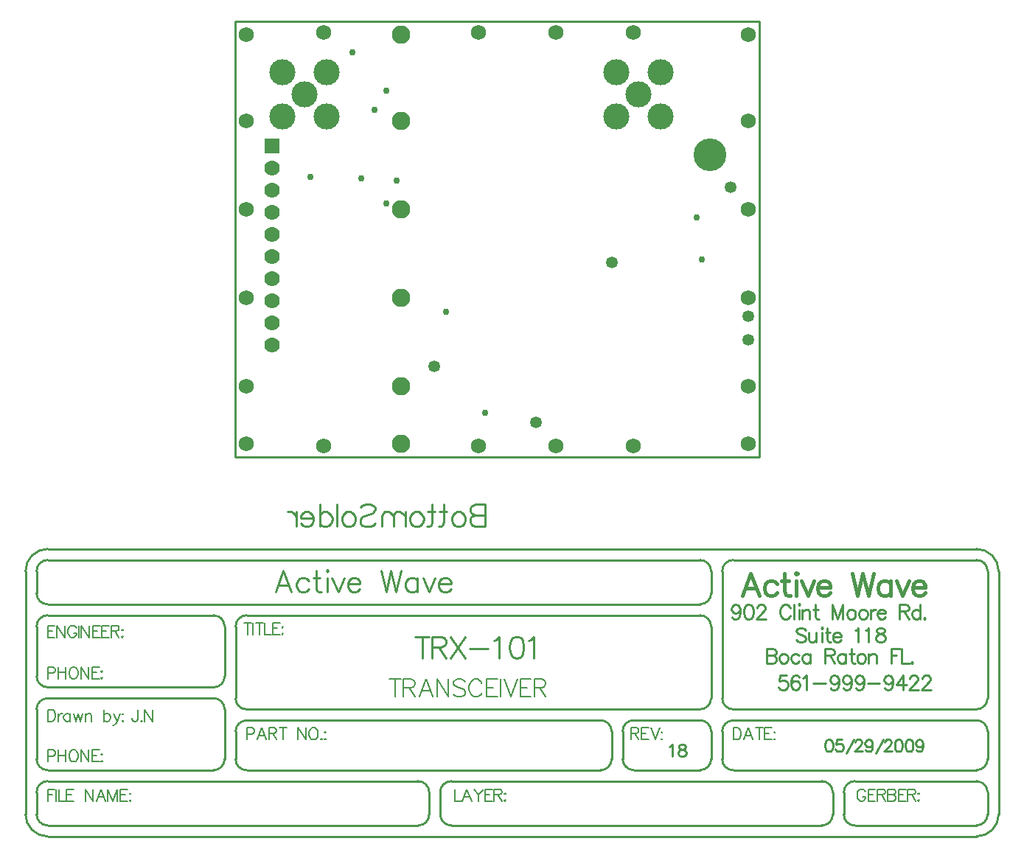
<source format=gbs>
%FSLAX23Y23*%
%MOIN*%
G70*
G01*
G75*
G04 Layer_Color=16711935*
%ADD10R,0.030X0.030*%
%ADD11R,0.030X0.030*%
%ADD12R,0.025X0.055*%
%ADD13R,0.025X0.095*%
%ADD14R,0.040X0.055*%
%ADD15R,0.055X0.040*%
%ADD16R,0.036X0.050*%
%ADD17R,0.036X0.036*%
%ADD18R,0.060X0.050*%
%ADD19R,0.150X0.050*%
%ADD20C,0.012*%
%ADD21R,0.024X0.024*%
%ADD22R,0.036X0.036*%
%ADD23R,0.050X0.036*%
%ADD24R,0.047X0.047*%
%ADD25R,0.047X0.047*%
%ADD26R,0.039X0.039*%
%ADD27R,0.039X0.020*%
%ADD28O,0.016X0.060*%
%ADD29R,0.020X0.050*%
%ADD30O,0.016X0.060*%
%ADD31O,0.024X0.080*%
%ADD32O,0.060X0.016*%
%ADD33R,0.059X0.031*%
%ADD34R,0.031X0.059*%
%ADD35R,0.090X0.024*%
%ADD36R,0.024X0.100*%
%ADD37R,0.070X0.024*%
%ADD38R,0.024X0.090*%
%ADD39R,0.055X0.025*%
%ADD40R,0.095X0.025*%
%ADD41R,0.020X0.030*%
%ADD42C,0.014*%
%ADD43C,0.012*%
%ADD44C,0.010*%
%ADD45C,0.030*%
%ADD46C,0.020*%
%ADD47C,0.008*%
%ADD48C,0.009*%
%ADD49C,0.005*%
%ADD50C,0.015*%
%ADD51C,0.045*%
%ADD52C,0.075*%
%ADD53C,0.140*%
%ADD54C,0.060*%
%ADD55C,0.062*%
%ADD56R,0.062X0.062*%
%ADD57C,0.110*%
%ADD58C,0.022*%
%ADD59C,0.010*%
%ADD60C,0.006*%
%ADD61R,0.038X0.038*%
%ADD62R,0.038X0.038*%
%ADD63R,0.033X0.063*%
%ADD64R,0.033X0.103*%
%ADD65R,0.048X0.063*%
%ADD66R,0.063X0.048*%
%ADD67R,0.044X0.058*%
%ADD68R,0.044X0.044*%
%ADD69R,0.068X0.058*%
%ADD70R,0.158X0.058*%
%ADD71C,0.020*%
%ADD72R,0.032X0.032*%
%ADD73R,0.044X0.044*%
%ADD74R,0.058X0.044*%
%ADD75R,0.055X0.055*%
%ADD76R,0.055X0.055*%
%ADD77R,0.047X0.047*%
%ADD78R,0.047X0.028*%
%ADD79O,0.024X0.068*%
%ADD80R,0.028X0.058*%
%ADD81O,0.024X0.068*%
%ADD82O,0.032X0.088*%
%ADD83O,0.068X0.024*%
%ADD84R,0.067X0.039*%
%ADD85R,0.039X0.067*%
%ADD86R,0.098X0.032*%
%ADD87R,0.032X0.108*%
%ADD88R,0.078X0.032*%
%ADD89R,0.032X0.098*%
%ADD90R,0.063X0.033*%
%ADD91R,0.103X0.033*%
%ADD92R,0.028X0.038*%
%ADD93C,0.053*%
%ADD94C,0.083*%
%ADD95C,0.148*%
%ADD96C,0.068*%
%ADD97C,0.070*%
%ADD98R,0.070X0.070*%
%ADD99C,0.118*%
%ADD100C,0.030*%
D44*
X1080Y-275D02*
Y-375D01*
Y-275D02*
X1037D01*
X1023Y-280D01*
X1018Y-285D01*
X1013Y-294D01*
Y-304D01*
X1018Y-313D01*
X1023Y-318D01*
X1037Y-323D01*
X1080D02*
X1037D01*
X1023Y-327D01*
X1018Y-332D01*
X1013Y-342D01*
Y-356D01*
X1018Y-365D01*
X1023Y-370D01*
X1037Y-375D01*
X1080D01*
X967Y-308D02*
X977Y-313D01*
X986Y-323D01*
X991Y-337D01*
Y-346D01*
X986Y-361D01*
X977Y-370D01*
X967Y-375D01*
X953D01*
X943Y-370D01*
X934Y-361D01*
X929Y-346D01*
Y-337D01*
X934Y-323D01*
X943Y-313D01*
X953Y-308D01*
X967D01*
X893Y-275D02*
Y-356D01*
X888Y-370D01*
X879Y-375D01*
X869D01*
X907Y-308D02*
X874D01*
X841Y-275D02*
Y-356D01*
X836Y-370D01*
X826Y-375D01*
X817D01*
X855Y-308D02*
X821D01*
X779D02*
X788Y-313D01*
X798Y-323D01*
X802Y-337D01*
Y-346D01*
X798Y-361D01*
X788Y-370D01*
X779Y-375D01*
X764D01*
X755Y-370D01*
X745Y-361D01*
X741Y-346D01*
Y-337D01*
X745Y-323D01*
X755Y-313D01*
X764Y-308D01*
X779D01*
X719D02*
Y-375D01*
Y-327D02*
X704Y-313D01*
X695Y-308D01*
X681D01*
X671Y-313D01*
X666Y-327D01*
Y-375D01*
Y-327D02*
X652Y-313D01*
X642Y-308D01*
X628D01*
X619Y-313D01*
X614Y-327D01*
Y-375D01*
X516Y-289D02*
X525Y-280D01*
X540Y-275D01*
X559D01*
X573Y-280D01*
X582Y-289D01*
Y-299D01*
X578Y-308D01*
X573Y-313D01*
X563Y-318D01*
X535Y-327D01*
X525Y-332D01*
X521Y-337D01*
X516Y-346D01*
Y-361D01*
X525Y-370D01*
X540Y-375D01*
X559D01*
X573Y-370D01*
X582Y-361D01*
X470Y-308D02*
X479Y-313D01*
X489Y-323D01*
X493Y-337D01*
Y-346D01*
X489Y-361D01*
X479Y-370D01*
X470Y-375D01*
X455D01*
X446Y-370D01*
X436Y-361D01*
X432Y-346D01*
Y-337D01*
X436Y-323D01*
X446Y-313D01*
X455Y-308D01*
X470D01*
X410Y-275D02*
Y-375D01*
X332Y-275D02*
Y-375D01*
Y-323D02*
X341Y-313D01*
X351Y-308D01*
X365D01*
X374Y-313D01*
X384Y-323D01*
X389Y-337D01*
Y-346D01*
X384Y-361D01*
X374Y-370D01*
X365Y-375D01*
X351D01*
X341Y-370D01*
X332Y-361D01*
X305Y-337D02*
X248D01*
Y-327D01*
X253Y-318D01*
X257Y-313D01*
X267Y-308D01*
X281D01*
X291Y-313D01*
X300Y-323D01*
X305Y-337D01*
Y-346D01*
X300Y-361D01*
X291Y-370D01*
X281Y-375D01*
X267D01*
X257Y-370D01*
X248Y-361D01*
X226Y-308D02*
Y-375D01*
Y-337D02*
X222Y-323D01*
X212Y-313D01*
X203Y-308D01*
X188D01*
X2163Y1304D02*
G03*
X2163Y1304I-65J0D01*
G01*
X-50Y1910D02*
X2320D01*
Y-60D02*
Y1910D01*
X-50Y-60D02*
X2320D01*
X-50Y-60D02*
Y1910D01*
X3352Y-1301D02*
G03*
X3303Y-1252I-49J0D01*
G01*
X2202D02*
G03*
X2152Y-1302I0J-50D01*
G01*
X3302Y-1202D02*
G03*
X3352Y-1152I0J50D01*
G01*
X2152D02*
G03*
X2202Y-1202I50J0D01*
G01*
X-898Y-477D02*
G03*
X-998Y-577I0J-100D01*
G01*
Y-1676D02*
G03*
X-899Y-1777I101J0D01*
G01*
X3302Y-1777D02*
G03*
X3402Y-1677I0J100D01*
G01*
Y-577D02*
G03*
X3302Y-477I-100J0D01*
G01*
X3352Y-576D02*
G03*
X3301Y-527I-49J0D01*
G01*
X3302Y-1477D02*
G03*
X3352Y-1427I0J50D01*
G01*
X3352Y-1576D02*
G03*
X3302Y-1527I-50J-1D01*
G01*
Y-1727D02*
G03*
X3352Y-1677I0J50D01*
G01*
X2052Y-1477D02*
G03*
X2102Y-1427I0J50D01*
G01*
X2152Y-1428D02*
G03*
X2202Y-1477I49J0D01*
G01*
X2102Y-1301D02*
G03*
X2053Y-1252I-49J0D01*
G01*
X-948Y-1677D02*
G03*
X-899Y-1727I50J0D01*
G01*
X2053Y-1202D02*
G03*
X2102Y-1152I-1J50D01*
G01*
X-898Y-1527D02*
G03*
X-948Y-1577I0J-50D01*
G01*
X2102Y-827D02*
G03*
X2052Y-777I-50J0D01*
G01*
Y-727D02*
G03*
X2102Y-677I0J50D01*
G01*
X2202Y-527D02*
G03*
X2152Y-577I0J-50D01*
G01*
X2102D02*
G03*
X2052Y-527I-50J0D01*
G01*
X-898D02*
G03*
X-948Y-577I0J-50D01*
G01*
Y-677D02*
G03*
X-898Y-727I50J0D01*
G01*
Y-777D02*
G03*
X-948Y-827I0J-50D01*
G01*
Y-1052D02*
G03*
X-898Y-1102I50J0D01*
G01*
Y-1152D02*
G03*
X-948Y-1202I0J-50D01*
G01*
Y-1427D02*
G03*
X-899Y-1477I50J0D01*
G01*
X2Y-777D02*
G03*
X-48Y-827I0J-50D01*
G01*
X2Y-1252D02*
G03*
X-48Y-1302I0J-50D01*
G01*
X1750Y-1252D02*
G03*
X1702Y-1302I0J-48D01*
G01*
X1702Y-1426D02*
G03*
X1752Y-1477I51J0D01*
G01*
X1603Y-1477D02*
G03*
X1652Y-1427I0J49D01*
G01*
X1652Y-1301D02*
G03*
X1603Y-1252I-49J0D01*
G01*
X-147Y-1477D02*
G03*
X-98Y-1428I0J49D01*
G01*
X-48D02*
G03*
X1Y-1477I49J0D01*
G01*
X-48Y-1153D02*
G03*
X1Y-1202I49J0D01*
G01*
X-98Y-1201D02*
G03*
X-149Y-1152I-49J0D01*
G01*
X-146Y-1102D02*
G03*
X-98Y-1054I0J48D01*
G01*
Y-826D02*
G03*
X-147Y-777I-49J0D01*
G01*
X2752Y-1527D02*
G03*
X2702Y-1577I0J-50D01*
G01*
Y-1678D02*
G03*
X2752Y-1727I49J0D01*
G01*
X2603Y-1727D02*
G03*
X2652Y-1677I1J48D01*
G01*
X2652Y-1577D02*
G03*
X2602Y-1527I-50J0D01*
G01*
X877Y-1677D02*
G03*
X926Y-1727I50J0D01*
G01*
X927Y-1527D02*
G03*
X877Y-1577I0J-50D01*
G01*
X778Y-1727D02*
G03*
X827Y-1677I1J48D01*
G01*
X827Y-1577D02*
G03*
X777Y-1527I-50J0D01*
G01*
X3352Y-1427D02*
Y-1301D01*
X2152Y-1427D02*
Y-1302D01*
X3352Y-1152D02*
Y-577D01*
X2152Y-1152D02*
Y-577D01*
X-998Y-1677D02*
Y-577D01*
X-948Y-1677D02*
Y-1577D01*
X3352Y-1677D02*
Y-1577D01*
X2102Y-1427D02*
Y-1302D01*
X1702Y-1427D02*
Y-1302D01*
X-48Y-1427D02*
Y-1302D01*
X1652Y-1427D02*
Y-1302D01*
X-48Y-1152D02*
Y-827D01*
X2102Y-1152D02*
Y-827D01*
Y-677D02*
Y-577D01*
X-948Y-677D02*
Y-577D01*
X-98Y-1052D02*
Y-827D01*
X-948Y-1052D02*
Y-827D01*
X-98Y-1427D02*
Y-1202D01*
X-948Y-1427D02*
Y-1202D01*
X3402Y-1677D02*
Y-577D01*
X2702Y-1677D02*
Y-1577D01*
X2652Y-1677D02*
Y-1577D01*
X877Y-1677D02*
Y-1577D01*
X827Y-1677D02*
Y-1577D01*
X2202Y-1252D02*
X3302D01*
X2202Y-1202D02*
X3302D01*
X2D02*
X2052D01*
X2202Y-527D02*
X3302D01*
X2202Y-1477D02*
X3302D01*
X1752Y-1252D02*
X2052D01*
X1752Y-1477D02*
X2052D01*
X2D02*
X1602D01*
X2Y-1252D02*
X1602D01*
X2Y-777D02*
X2052D01*
X-898Y-727D02*
X2052D01*
X-898Y-777D02*
X-148D01*
X-898Y-1102D02*
X-148D01*
X-898Y-1152D02*
X-148D01*
X-898Y-1477D02*
X-148D01*
X-898Y-477D02*
X3302D01*
X-898Y-1777D02*
X3302D01*
X-898Y-527D02*
X2052D01*
X2752Y-1527D02*
X3302D01*
X2752Y-1727D02*
X3302D01*
X927Y-1527D02*
X2602D01*
X-898D02*
X777D01*
X-898Y-1727D02*
X777D01*
X927D02*
X2602D01*
X2353Y-929D02*
Y-993D01*
Y-929D02*
X2380D01*
X2389Y-932D01*
X2392Y-935D01*
X2396Y-941D01*
Y-947D01*
X2392Y-953D01*
X2389Y-956D01*
X2380Y-959D01*
X2353D02*
X2380D01*
X2389Y-962D01*
X2392Y-965D01*
X2396Y-971D01*
Y-981D01*
X2392Y-987D01*
X2389Y-990D01*
X2380Y-993D01*
X2353D01*
X2425Y-950D02*
X2419Y-953D01*
X2413Y-959D01*
X2410Y-968D01*
Y-974D01*
X2413Y-984D01*
X2419Y-990D01*
X2425Y-993D01*
X2434D01*
X2440Y-990D01*
X2446Y-984D01*
X2449Y-974D01*
Y-968D01*
X2446Y-959D01*
X2440Y-953D01*
X2434Y-950D01*
X2425D01*
X2500Y-959D02*
X2494Y-953D01*
X2488Y-950D01*
X2479D01*
X2473Y-953D01*
X2467Y-959D01*
X2463Y-968D01*
Y-974D01*
X2467Y-984D01*
X2473Y-990D01*
X2479Y-993D01*
X2488D01*
X2494Y-990D01*
X2500Y-984D01*
X2550Y-950D02*
Y-993D01*
Y-959D02*
X2544Y-953D01*
X2538Y-950D01*
X2529D01*
X2523Y-953D01*
X2517Y-959D01*
X2514Y-968D01*
Y-974D01*
X2517Y-984D01*
X2523Y-990D01*
X2529Y-993D01*
X2538D01*
X2544Y-990D01*
X2550Y-984D01*
X2618Y-929D02*
Y-993D01*
Y-929D02*
X2645D01*
X2654Y-932D01*
X2657Y-935D01*
X2660Y-941D01*
Y-947D01*
X2657Y-953D01*
X2654Y-956D01*
X2645Y-959D01*
X2618D01*
X2639D02*
X2660Y-993D01*
X2711Y-950D02*
Y-993D01*
Y-959D02*
X2705Y-953D01*
X2699Y-950D01*
X2690D01*
X2684Y-953D01*
X2678Y-959D01*
X2675Y-968D01*
Y-974D01*
X2678Y-984D01*
X2684Y-990D01*
X2690Y-993D01*
X2699D01*
X2705Y-990D01*
X2711Y-984D01*
X2737Y-929D02*
Y-981D01*
X2740Y-990D01*
X2747Y-993D01*
X2753D01*
X2728Y-950D02*
X2750D01*
X2777D02*
X2771Y-953D01*
X2765Y-959D01*
X2762Y-968D01*
Y-974D01*
X2765Y-984D01*
X2771Y-990D01*
X2777Y-993D01*
X2786D01*
X2792Y-990D01*
X2798Y-984D01*
X2801Y-974D01*
Y-968D01*
X2798Y-959D01*
X2792Y-953D01*
X2786Y-950D01*
X2777D01*
X2815D02*
Y-993D01*
Y-962D02*
X2825Y-953D01*
X2831Y-950D01*
X2840D01*
X2846Y-953D01*
X2849Y-962D01*
Y-993D01*
X2916Y-929D02*
Y-993D01*
Y-929D02*
X2956D01*
X2916Y-959D02*
X2940D01*
X2963Y-929D02*
Y-993D01*
X2999D01*
X3009Y-987D02*
X3006Y-990D01*
X3009Y-993D01*
X3013Y-990D01*
X3009Y-987D01*
X2232Y-750D02*
X2229Y-759D01*
X2223Y-765D01*
X2214Y-768D01*
X2211D01*
X2202Y-765D01*
X2196Y-759D01*
X2193Y-750D01*
Y-747D01*
X2196Y-738D01*
X2202Y-732D01*
X2211Y-729D01*
X2214D01*
X2223Y-732D01*
X2229Y-738D01*
X2232Y-750D01*
Y-765D01*
X2229Y-781D01*
X2223Y-790D01*
X2214Y-793D01*
X2208D01*
X2199Y-790D01*
X2196Y-784D01*
X2268Y-729D02*
X2259Y-732D01*
X2253Y-741D01*
X2250Y-756D01*
Y-765D01*
X2253Y-781D01*
X2259Y-790D01*
X2268Y-793D01*
X2274D01*
X2283Y-790D01*
X2289Y-781D01*
X2292Y-765D01*
Y-756D01*
X2289Y-741D01*
X2283Y-732D01*
X2274Y-729D01*
X2268D01*
X2310Y-744D02*
Y-741D01*
X2313Y-735D01*
X2316Y-732D01*
X2322Y-729D01*
X2334D01*
X2340Y-732D01*
X2343Y-735D01*
X2346Y-741D01*
Y-747D01*
X2343Y-753D01*
X2337Y-762D01*
X2307Y-793D01*
X2349D01*
X2460Y-744D02*
X2457Y-738D01*
X2451Y-732D01*
X2445Y-729D01*
X2432D01*
X2426Y-732D01*
X2420Y-738D01*
X2417Y-744D01*
X2414Y-753D01*
Y-768D01*
X2417Y-777D01*
X2420Y-784D01*
X2426Y-790D01*
X2432Y-793D01*
X2445D01*
X2451Y-790D01*
X2457Y-784D01*
X2460Y-777D01*
X2478Y-729D02*
Y-793D01*
X2497Y-729D02*
X2500Y-732D01*
X2503Y-729D01*
X2500Y-726D01*
X2497Y-729D01*
X2500Y-750D02*
Y-793D01*
X2515Y-750D02*
Y-793D01*
Y-762D02*
X2524Y-753D01*
X2530Y-750D01*
X2539D01*
X2545Y-753D01*
X2548Y-762D01*
Y-793D01*
X2574Y-729D02*
Y-781D01*
X2577Y-790D01*
X2583Y-793D01*
X2589D01*
X2565Y-750D02*
X2586D01*
X2649Y-729D02*
Y-793D01*
Y-729D02*
X2673Y-793D01*
X2697Y-729D02*
X2673Y-793D01*
X2697Y-729D02*
Y-793D01*
X2731Y-750D02*
X2725Y-753D01*
X2719Y-759D01*
X2716Y-768D01*
Y-774D01*
X2719Y-784D01*
X2725Y-790D01*
X2731Y-793D01*
X2740D01*
X2746Y-790D01*
X2752Y-784D01*
X2755Y-774D01*
Y-768D01*
X2752Y-759D01*
X2746Y-753D01*
X2740Y-750D01*
X2731D01*
X2785D02*
X2778Y-753D01*
X2772Y-759D01*
X2769Y-768D01*
Y-774D01*
X2772Y-784D01*
X2778Y-790D01*
X2785Y-793D01*
X2794D01*
X2800Y-790D01*
X2806Y-784D01*
X2809Y-774D01*
Y-768D01*
X2806Y-759D01*
X2800Y-753D01*
X2794Y-750D01*
X2785D01*
X2823D02*
Y-793D01*
Y-768D02*
X2826Y-759D01*
X2832Y-753D01*
X2838Y-750D01*
X2847D01*
X2853Y-768D02*
X2890D01*
Y-762D01*
X2887Y-756D01*
X2884Y-753D01*
X2878Y-750D01*
X2868D01*
X2862Y-753D01*
X2856Y-759D01*
X2853Y-768D01*
Y-774D01*
X2856Y-784D01*
X2862Y-790D01*
X2868Y-793D01*
X2878D01*
X2884Y-790D01*
X2890Y-784D01*
X2954Y-729D02*
Y-793D01*
Y-729D02*
X2981D01*
X2990Y-732D01*
X2993Y-735D01*
X2996Y-741D01*
Y-747D01*
X2993Y-753D01*
X2990Y-756D01*
X2981Y-759D01*
X2954D01*
X2975D02*
X2996Y-793D01*
X3047Y-729D02*
Y-793D01*
Y-759D02*
X3041Y-753D01*
X3035Y-750D01*
X3026D01*
X3020Y-753D01*
X3014Y-759D01*
X3011Y-768D01*
Y-774D01*
X3014Y-784D01*
X3020Y-790D01*
X3026Y-793D01*
X3035D01*
X3041Y-790D01*
X3047Y-784D01*
X3067Y-787D02*
X3064Y-790D01*
X3067Y-793D01*
X3070Y-790D01*
X3067Y-787D01*
X2444Y-1049D02*
X2414D01*
X2411Y-1076D01*
X2414Y-1073D01*
X2423Y-1070D01*
X2432D01*
X2441Y-1073D01*
X2447Y-1079D01*
X2451Y-1088D01*
Y-1094D01*
X2447Y-1104D01*
X2441Y-1110D01*
X2432Y-1113D01*
X2423D01*
X2414Y-1110D01*
X2411Y-1107D01*
X2408Y-1101D01*
X2501Y-1058D02*
X2498Y-1052D01*
X2489Y-1049D01*
X2483D01*
X2474Y-1052D01*
X2468Y-1061D01*
X2465Y-1076D01*
Y-1091D01*
X2468Y-1104D01*
X2474Y-1110D01*
X2483Y-1113D01*
X2486D01*
X2495Y-1110D01*
X2501Y-1104D01*
X2504Y-1094D01*
Y-1091D01*
X2501Y-1082D01*
X2495Y-1076D01*
X2486Y-1073D01*
X2483D01*
X2474Y-1076D01*
X2468Y-1082D01*
X2465Y-1091D01*
X2518Y-1061D02*
X2525Y-1058D01*
X2534Y-1049D01*
Y-1113D01*
X2565Y-1085D02*
X2620D01*
X2679Y-1070D02*
X2676Y-1079D01*
X2670Y-1085D01*
X2660Y-1088D01*
X2657D01*
X2648Y-1085D01*
X2642Y-1079D01*
X2639Y-1070D01*
Y-1067D01*
X2642Y-1058D01*
X2648Y-1052D01*
X2657Y-1049D01*
X2660D01*
X2670Y-1052D01*
X2676Y-1058D01*
X2679Y-1070D01*
Y-1085D01*
X2676Y-1101D01*
X2670Y-1110D01*
X2660Y-1113D01*
X2654D01*
X2645Y-1110D01*
X2642Y-1104D01*
X2736Y-1070D02*
X2733Y-1079D01*
X2727Y-1085D01*
X2717Y-1088D01*
X2714D01*
X2705Y-1085D01*
X2699Y-1079D01*
X2696Y-1070D01*
Y-1067D01*
X2699Y-1058D01*
X2705Y-1052D01*
X2714Y-1049D01*
X2717D01*
X2727Y-1052D01*
X2733Y-1058D01*
X2736Y-1070D01*
Y-1085D01*
X2733Y-1101D01*
X2727Y-1110D01*
X2717Y-1113D01*
X2711D01*
X2702Y-1110D01*
X2699Y-1104D01*
X2793Y-1070D02*
X2790Y-1079D01*
X2784Y-1085D01*
X2774Y-1088D01*
X2771D01*
X2762Y-1085D01*
X2756Y-1079D01*
X2753Y-1070D01*
Y-1067D01*
X2756Y-1058D01*
X2762Y-1052D01*
X2771Y-1049D01*
X2774D01*
X2784Y-1052D01*
X2790Y-1058D01*
X2793Y-1070D01*
Y-1085D01*
X2790Y-1101D01*
X2784Y-1110D01*
X2774Y-1113D01*
X2768D01*
X2759Y-1110D01*
X2756Y-1104D01*
X2810Y-1085D02*
X2865D01*
X2923Y-1070D02*
X2920Y-1079D01*
X2914Y-1085D01*
X2905Y-1088D01*
X2902D01*
X2893Y-1085D01*
X2887Y-1079D01*
X2884Y-1070D01*
Y-1067D01*
X2887Y-1058D01*
X2893Y-1052D01*
X2902Y-1049D01*
X2905D01*
X2914Y-1052D01*
X2920Y-1058D01*
X2923Y-1070D01*
Y-1085D01*
X2920Y-1101D01*
X2914Y-1110D01*
X2905Y-1113D01*
X2899D01*
X2890Y-1110D01*
X2887Y-1104D01*
X2971Y-1049D02*
X2941Y-1091D01*
X2986D01*
X2971Y-1049D02*
Y-1113D01*
X3001Y-1064D02*
Y-1061D01*
X3004Y-1055D01*
X3007Y-1052D01*
X3013Y-1049D01*
X3025D01*
X3031Y-1052D01*
X3034Y-1055D01*
X3037Y-1061D01*
Y-1067D01*
X3034Y-1073D01*
X3028Y-1082D01*
X2998Y-1113D01*
X3040D01*
X3058Y-1064D02*
Y-1061D01*
X3061Y-1055D01*
X3064Y-1052D01*
X3070Y-1049D01*
X3082D01*
X3088Y-1052D01*
X3091Y-1055D01*
X3094Y-1061D01*
Y-1067D01*
X3091Y-1073D01*
X3085Y-1082D01*
X3055Y-1113D01*
X3097D01*
X2531Y-843D02*
X2524Y-837D01*
X2515Y-834D01*
X2503D01*
X2494Y-837D01*
X2488Y-843D01*
Y-849D01*
X2491Y-855D01*
X2494Y-858D01*
X2500Y-861D01*
X2518Y-867D01*
X2524Y-870D01*
X2527Y-873D01*
X2531Y-879D01*
Y-889D01*
X2524Y-895D01*
X2515Y-898D01*
X2503D01*
X2494Y-895D01*
X2488Y-889D01*
X2545Y-855D02*
Y-886D01*
X2548Y-895D01*
X2554Y-898D01*
X2563D01*
X2569Y-895D01*
X2578Y-886D01*
Y-855D02*
Y-898D01*
X2601Y-834D02*
X2604Y-837D01*
X2607Y-834D01*
X2604Y-831D01*
X2601Y-834D01*
X2604Y-855D02*
Y-898D01*
X2628Y-834D02*
Y-886D01*
X2631Y-895D01*
X2637Y-898D01*
X2643D01*
X2619Y-855D02*
X2640D01*
X2652Y-873D02*
X2689D01*
Y-867D01*
X2686Y-861D01*
X2683Y-858D01*
X2676Y-855D01*
X2667D01*
X2661Y-858D01*
X2655Y-864D01*
X2652Y-873D01*
Y-879D01*
X2655Y-889D01*
X2661Y-895D01*
X2667Y-898D01*
X2676D01*
X2683Y-895D01*
X2689Y-889D01*
X2753Y-846D02*
X2759Y-843D01*
X2768Y-834D01*
Y-898D01*
X2800Y-846D02*
X2806Y-843D01*
X2815Y-834D01*
Y-898D01*
X2862Y-834D02*
X2853Y-837D01*
X2850Y-843D01*
Y-849D01*
X2853Y-855D01*
X2859Y-858D01*
X2871Y-861D01*
X2880Y-864D01*
X2886Y-870D01*
X2889Y-876D01*
Y-886D01*
X2886Y-892D01*
X2883Y-895D01*
X2874Y-898D01*
X2862D01*
X2853Y-895D01*
X2850Y-892D01*
X2846Y-886D01*
Y-876D01*
X2850Y-870D01*
X2856Y-864D01*
X2865Y-861D01*
X2877Y-858D01*
X2883Y-855D01*
X2886Y-849D01*
Y-843D01*
X2883Y-837D01*
X2874Y-834D01*
X2862D01*
D47*
X-490Y-1205D02*
Y-1245D01*
X-492Y-1253D01*
X-495Y-1255D01*
X-500Y-1258D01*
X-505D01*
X-510Y-1255D01*
X-513Y-1253D01*
X-515Y-1245D01*
Y-1240D01*
X-474Y-1253D02*
X-476Y-1255D01*
X-474Y-1258D01*
X-471Y-1255D01*
X-474Y-1253D01*
X-459Y-1205D02*
Y-1258D01*
Y-1205D02*
X-424Y-1258D01*
Y-1205D02*
Y-1258D01*
X675Y-1066D02*
Y-1146D01*
X648Y-1066D02*
X701D01*
X711D02*
Y-1146D01*
Y-1066D02*
X745D01*
X757Y-1070D01*
X760Y-1074D01*
X764Y-1081D01*
Y-1089D01*
X760Y-1096D01*
X757Y-1100D01*
X745Y-1104D01*
X711D01*
X738D02*
X764Y-1146D01*
X843D02*
X813Y-1066D01*
X782Y-1146D01*
X793Y-1119D02*
X832D01*
X862Y-1066D02*
Y-1146D01*
Y-1066D02*
X915Y-1146D01*
Y-1066D02*
Y-1146D01*
X990Y-1077D02*
X983Y-1070D01*
X971Y-1066D01*
X956D01*
X945Y-1070D01*
X937Y-1077D01*
Y-1085D01*
X941Y-1093D01*
X945Y-1096D01*
X952Y-1100D01*
X975Y-1108D01*
X983Y-1112D01*
X987Y-1116D01*
X990Y-1123D01*
Y-1135D01*
X983Y-1142D01*
X971Y-1146D01*
X956D01*
X945Y-1142D01*
X937Y-1135D01*
X1065Y-1085D02*
X1062Y-1077D01*
X1054Y-1070D01*
X1046Y-1066D01*
X1031D01*
X1024Y-1070D01*
X1016Y-1077D01*
X1012Y-1085D01*
X1008Y-1096D01*
Y-1116D01*
X1012Y-1127D01*
X1016Y-1135D01*
X1024Y-1142D01*
X1031Y-1146D01*
X1046D01*
X1054Y-1142D01*
X1062Y-1135D01*
X1065Y-1127D01*
X1137Y-1066D02*
X1088D01*
Y-1146D01*
X1137D01*
X1088Y-1104D02*
X1118D01*
X1151Y-1066D02*
Y-1146D01*
X1168Y-1066D02*
X1198Y-1146D01*
X1228Y-1066D02*
X1198Y-1146D01*
X1288Y-1066D02*
X1239D01*
Y-1146D01*
X1288D01*
X1239Y-1104D02*
X1269D01*
X1302Y-1066D02*
Y-1146D01*
Y-1066D02*
X1336D01*
X1347Y-1070D01*
X1351Y-1074D01*
X1355Y-1081D01*
Y-1089D01*
X1351Y-1096D01*
X1347Y-1100D01*
X1336Y-1104D01*
X1302D01*
X1328D02*
X1355Y-1146D01*
D48*
X1914Y-1371D02*
X1919Y-1369D01*
X1927Y-1361D01*
Y-1414D01*
X1966Y-1361D02*
X1958Y-1364D01*
X1956Y-1369D01*
Y-1374D01*
X1958Y-1379D01*
X1964Y-1381D01*
X1974Y-1384D01*
X1981Y-1386D01*
X1986Y-1392D01*
X1989Y-1397D01*
Y-1404D01*
X1986Y-1409D01*
X1984Y-1412D01*
X1976Y-1414D01*
X1966D01*
X1958Y-1412D01*
X1956Y-1409D01*
X1953Y-1404D01*
Y-1397D01*
X1956Y-1392D01*
X1961Y-1386D01*
X1969Y-1384D01*
X1979Y-1381D01*
X1984Y-1379D01*
X1986Y-1374D01*
Y-1369D01*
X1984Y-1364D01*
X1976Y-1361D01*
X1966D01*
X796Y-874D02*
Y-970D01*
X764Y-874D02*
X828D01*
X839D02*
Y-970D01*
Y-874D02*
X881D01*
X894Y-879D01*
X899Y-883D01*
X903Y-892D01*
Y-901D01*
X899Y-911D01*
X894Y-915D01*
X881Y-920D01*
X839D01*
X871D02*
X903Y-970D01*
X925Y-874D02*
X989Y-970D01*
Y-874D02*
X925Y-970D01*
X1010Y-929D02*
X1093D01*
X1121Y-892D02*
X1130Y-888D01*
X1144Y-874D01*
Y-970D01*
X1219Y-874D02*
X1205Y-879D01*
X1196Y-892D01*
X1191Y-915D01*
Y-929D01*
X1196Y-952D01*
X1205Y-965D01*
X1219Y-970D01*
X1228D01*
X1242Y-965D01*
X1251Y-952D01*
X1255Y-929D01*
Y-915D01*
X1251Y-892D01*
X1242Y-879D01*
X1228Y-874D01*
X1219D01*
X1277Y-892D02*
X1286Y-888D01*
X1300Y-874D01*
Y-970D01*
X205Y-672D02*
X168Y-576D01*
X132Y-672D01*
X145Y-640D02*
X191D01*
X282Y-622D02*
X273Y-612D01*
X264Y-608D01*
X250D01*
X241Y-612D01*
X232Y-622D01*
X227Y-635D01*
Y-644D01*
X232Y-658D01*
X241Y-667D01*
X250Y-672D01*
X264D01*
X273Y-667D01*
X282Y-658D01*
X316Y-576D02*
Y-654D01*
X321Y-667D01*
X330Y-672D01*
X339D01*
X303Y-608D02*
X335D01*
X362Y-576D02*
X367Y-580D01*
X371Y-576D01*
X367Y-571D01*
X362Y-576D01*
X367Y-608D02*
Y-672D01*
X388Y-608D02*
X416Y-672D01*
X443Y-608D02*
X416Y-672D01*
X459Y-635D02*
X513D01*
Y-626D01*
X509Y-617D01*
X504Y-612D01*
X495Y-608D01*
X481D01*
X472Y-612D01*
X463Y-622D01*
X459Y-635D01*
Y-644D01*
X463Y-658D01*
X472Y-667D01*
X481Y-672D01*
X495D01*
X504Y-667D01*
X513Y-658D01*
X609Y-576D02*
X632Y-672D01*
X655Y-576D02*
X632Y-672D01*
X655Y-576D02*
X678Y-672D01*
X701Y-576D02*
X678Y-672D01*
X775Y-608D02*
Y-672D01*
Y-622D02*
X766Y-612D01*
X757Y-608D01*
X743D01*
X734Y-612D01*
X725Y-622D01*
X720Y-635D01*
Y-644D01*
X725Y-658D01*
X734Y-667D01*
X743Y-672D01*
X757D01*
X766Y-667D01*
X775Y-658D01*
X800Y-608D02*
X828Y-672D01*
X855Y-608D02*
X828Y-672D01*
X871Y-635D02*
X926D01*
Y-626D01*
X921Y-617D01*
X917Y-612D01*
X907Y-608D01*
X894D01*
X885Y-612D01*
X875Y-622D01*
X871Y-635D01*
Y-644D01*
X875Y-658D01*
X885Y-667D01*
X894Y-672D01*
X907D01*
X917Y-667D01*
X926Y-658D01*
X2632Y-1339D02*
X2624Y-1342D01*
X2619Y-1349D01*
X2617Y-1362D01*
Y-1370D01*
X2619Y-1382D01*
X2624Y-1390D01*
X2632Y-1392D01*
X2637D01*
X2644Y-1390D01*
X2650Y-1382D01*
X2652Y-1370D01*
Y-1362D01*
X2650Y-1349D01*
X2644Y-1342D01*
X2637Y-1339D01*
X2632D01*
X2695D02*
X2669D01*
X2667Y-1362D01*
X2669Y-1359D01*
X2677Y-1357D01*
X2684D01*
X2692Y-1359D01*
X2697Y-1364D01*
X2700Y-1372D01*
Y-1377D01*
X2697Y-1385D01*
X2692Y-1390D01*
X2684Y-1392D01*
X2677D01*
X2669Y-1390D01*
X2667Y-1387D01*
X2664Y-1382D01*
X2712Y-1400D02*
X2747Y-1339D01*
X2753Y-1352D02*
Y-1349D01*
X2756Y-1344D01*
X2758Y-1342D01*
X2763Y-1339D01*
X2773D01*
X2779Y-1342D01*
X2781Y-1344D01*
X2784Y-1349D01*
Y-1354D01*
X2781Y-1359D01*
X2776Y-1367D01*
X2751Y-1392D01*
X2786D01*
X2831Y-1357D02*
X2829Y-1364D01*
X2823Y-1370D01*
X2816Y-1372D01*
X2813D01*
X2806Y-1370D01*
X2801Y-1364D01*
X2798Y-1357D01*
Y-1354D01*
X2801Y-1347D01*
X2806Y-1342D01*
X2813Y-1339D01*
X2816D01*
X2823Y-1342D01*
X2829Y-1347D01*
X2831Y-1357D01*
Y-1370D01*
X2829Y-1382D01*
X2823Y-1390D01*
X2816Y-1392D01*
X2811D01*
X2803Y-1390D01*
X2801Y-1385D01*
X2846Y-1400D02*
X2881Y-1339D01*
X2887Y-1352D02*
Y-1349D01*
X2890Y-1344D01*
X2892Y-1342D01*
X2897Y-1339D01*
X2908D01*
X2913Y-1342D01*
X2915Y-1344D01*
X2918Y-1349D01*
Y-1354D01*
X2915Y-1359D01*
X2910Y-1367D01*
X2885Y-1392D01*
X2920D01*
X2947Y-1339D02*
X2940Y-1342D01*
X2935Y-1349D01*
X2932Y-1362D01*
Y-1370D01*
X2935Y-1382D01*
X2940Y-1390D01*
X2947Y-1392D01*
X2952D01*
X2960Y-1390D01*
X2965Y-1382D01*
X2968Y-1370D01*
Y-1362D01*
X2965Y-1349D01*
X2960Y-1342D01*
X2952Y-1339D01*
X2947D01*
X2995D02*
X2987Y-1342D01*
X2982Y-1349D01*
X2980Y-1362D01*
Y-1370D01*
X2982Y-1382D01*
X2987Y-1390D01*
X2995Y-1392D01*
X3000D01*
X3008Y-1390D01*
X3013Y-1382D01*
X3015Y-1370D01*
Y-1362D01*
X3013Y-1349D01*
X3008Y-1342D01*
X3000Y-1339D01*
X2995D01*
X3060Y-1357D02*
X3058Y-1364D01*
X3053Y-1370D01*
X3045Y-1372D01*
X3042D01*
X3035Y-1370D01*
X3030Y-1364D01*
X3027Y-1357D01*
Y-1354D01*
X3030Y-1347D01*
X3035Y-1342D01*
X3042Y-1339D01*
X3045D01*
X3053Y-1342D01*
X3058Y-1347D01*
X3060Y-1357D01*
Y-1370D01*
X3058Y-1382D01*
X3053Y-1390D01*
X3045Y-1392D01*
X3040D01*
X3032Y-1390D01*
X3030Y-1385D01*
D49*
X2202Y-1286D02*
Y-1339D01*
Y-1286D02*
X2220D01*
X2227Y-1289D01*
X2232Y-1294D01*
X2235Y-1299D01*
X2237Y-1306D01*
Y-1319D01*
X2235Y-1327D01*
X2232Y-1332D01*
X2227Y-1337D01*
X2220Y-1339D01*
X2202D01*
X2290D02*
X2270Y-1286D01*
X2249Y-1339D01*
X2257Y-1322D02*
X2282D01*
X2320Y-1286D02*
Y-1339D01*
X2302Y-1286D02*
X2338D01*
X2377D02*
X2344D01*
Y-1339D01*
X2377D01*
X2344Y-1311D02*
X2365D01*
X2389Y-1304D02*
X2386Y-1306D01*
X2389Y-1309D01*
X2391Y-1306D01*
X2389Y-1304D01*
Y-1334D02*
X2386Y-1337D01*
X2389Y-1339D01*
X2391Y-1337D01*
X2389Y-1334D01*
X1739Y-1286D02*
Y-1339D01*
Y-1286D02*
X1762D01*
X1770Y-1289D01*
X1772Y-1291D01*
X1775Y-1296D01*
Y-1301D01*
X1772Y-1306D01*
X1770Y-1309D01*
X1762Y-1311D01*
X1739D01*
X1757D02*
X1775Y-1339D01*
X1820Y-1286D02*
X1787D01*
Y-1339D01*
X1820D01*
X1787Y-1311D02*
X1807D01*
X1829Y-1286D02*
X1849Y-1339D01*
X1869Y-1286D02*
X1849Y-1339D01*
X1879Y-1304D02*
X1876Y-1306D01*
X1879Y-1309D01*
X1881Y-1306D01*
X1879Y-1304D01*
Y-1334D02*
X1876Y-1337D01*
X1879Y-1339D01*
X1881Y-1337D01*
X1879Y-1334D01*
X-898Y-1039D02*
X-875D01*
X-868Y-1036D01*
X-865Y-1034D01*
X-863Y-1029D01*
Y-1021D01*
X-865Y-1016D01*
X-868Y-1014D01*
X-875Y-1011D01*
X-898D01*
Y-1064D01*
X-851Y-1011D02*
Y-1064D01*
X-815Y-1011D02*
Y-1064D01*
X-851Y-1036D02*
X-815D01*
X-785Y-1011D02*
X-790Y-1014D01*
X-795Y-1019D01*
X-798Y-1024D01*
X-800Y-1031D01*
Y-1044D01*
X-798Y-1052D01*
X-795Y-1057D01*
X-790Y-1062D01*
X-785Y-1064D01*
X-775D01*
X-770Y-1062D01*
X-765Y-1057D01*
X-762Y-1052D01*
X-760Y-1044D01*
Y-1031D01*
X-762Y-1024D01*
X-765Y-1019D01*
X-770Y-1014D01*
X-775Y-1011D01*
X-785D01*
X-747D02*
Y-1064D01*
Y-1011D02*
X-712Y-1064D01*
Y-1011D02*
Y-1064D01*
X-664Y-1011D02*
X-697D01*
Y-1064D01*
X-664D01*
X-697Y-1036D02*
X-677D01*
X-653Y-1029D02*
X-655Y-1031D01*
X-653Y-1034D01*
X-650Y-1031D01*
X-653Y-1029D01*
Y-1059D02*
X-655Y-1062D01*
X-653Y-1064D01*
X-650Y-1062D01*
X-653Y-1059D01*
X-898Y-1414D02*
X-875D01*
X-868Y-1411D01*
X-865Y-1409D01*
X-863Y-1404D01*
Y-1396D01*
X-865Y-1391D01*
X-868Y-1389D01*
X-875Y-1386D01*
X-898D01*
Y-1439D01*
X-851Y-1386D02*
Y-1439D01*
X-815Y-1386D02*
Y-1439D01*
X-851Y-1411D02*
X-815D01*
X-785Y-1386D02*
X-790Y-1389D01*
X-795Y-1394D01*
X-798Y-1399D01*
X-800Y-1406D01*
Y-1419D01*
X-798Y-1427D01*
X-795Y-1432D01*
X-790Y-1437D01*
X-785Y-1439D01*
X-775D01*
X-770Y-1437D01*
X-765Y-1432D01*
X-762Y-1427D01*
X-760Y-1419D01*
Y-1406D01*
X-762Y-1399D01*
X-765Y-1394D01*
X-770Y-1389D01*
X-775Y-1386D01*
X-785D01*
X-747D02*
Y-1439D01*
Y-1386D02*
X-712Y-1439D01*
Y-1386D02*
Y-1439D01*
X-664Y-1386D02*
X-697D01*
Y-1439D01*
X-664D01*
X-697Y-1411D02*
X-677D01*
X-653Y-1404D02*
X-655Y-1406D01*
X-653Y-1409D01*
X-650Y-1406D01*
X-653Y-1404D01*
Y-1434D02*
X-655Y-1437D01*
X-653Y-1439D01*
X-650Y-1437D01*
X-653Y-1434D01*
X942Y-1564D02*
Y-1617D01*
X972D01*
X1019D02*
X998Y-1564D01*
X978Y-1617D01*
X986Y-1599D02*
X1011D01*
X1031Y-1564D02*
X1051Y-1589D01*
Y-1617D01*
X1072Y-1564D02*
X1051Y-1589D01*
X1112Y-1564D02*
X1079D01*
Y-1617D01*
X1112D01*
X1079Y-1589D02*
X1099D01*
X1121Y-1564D02*
Y-1617D01*
Y-1564D02*
X1143D01*
X1151Y-1566D01*
X1154Y-1569D01*
X1156Y-1574D01*
Y-1579D01*
X1154Y-1584D01*
X1151Y-1586D01*
X1143Y-1589D01*
X1121D01*
X1138D02*
X1156Y-1617D01*
X1171Y-1581D02*
X1168Y-1584D01*
X1171Y-1586D01*
X1173Y-1584D01*
X1171Y-1581D01*
Y-1612D02*
X1168Y-1614D01*
X1171Y-1617D01*
X1173Y-1614D01*
X1171Y-1612D01*
X-865Y-824D02*
X-898D01*
Y-877D01*
X-865D01*
X-898Y-849D02*
X-878D01*
X-856Y-824D02*
Y-877D01*
Y-824D02*
X-821Y-877D01*
Y-824D02*
Y-877D01*
X-768Y-836D02*
X-771Y-831D01*
X-776Y-826D01*
X-781Y-824D01*
X-791D01*
X-796Y-826D01*
X-801Y-831D01*
X-804Y-836D01*
X-806Y-844D01*
Y-857D01*
X-804Y-864D01*
X-801Y-869D01*
X-796Y-874D01*
X-791Y-877D01*
X-781D01*
X-776Y-874D01*
X-771Y-869D01*
X-768Y-864D01*
Y-857D01*
X-781D02*
X-768D01*
X-756Y-824D02*
Y-877D01*
X-745Y-824D02*
Y-877D01*
Y-824D02*
X-709Y-877D01*
Y-824D02*
Y-877D01*
X-661Y-824D02*
X-694D01*
Y-877D01*
X-661D01*
X-694Y-849D02*
X-674D01*
X-619Y-824D02*
X-652D01*
Y-877D01*
X-619D01*
X-652Y-849D02*
X-632D01*
X-611Y-824D02*
Y-877D01*
Y-824D02*
X-588D01*
X-580Y-826D01*
X-578Y-829D01*
X-575Y-834D01*
Y-839D01*
X-578Y-844D01*
X-580Y-846D01*
X-588Y-849D01*
X-611D01*
X-593D02*
X-575Y-877D01*
X-561Y-841D02*
X-563Y-844D01*
X-561Y-846D01*
X-558Y-844D01*
X-561Y-841D01*
Y-872D02*
X-563Y-874D01*
X-561Y-877D01*
X-558Y-874D01*
X-561Y-872D01*
X2Y-1314D02*
X25D01*
X32Y-1311D01*
X35Y-1309D01*
X37Y-1304D01*
Y-1296D01*
X35Y-1291D01*
X32Y-1289D01*
X25Y-1286D01*
X2D01*
Y-1339D01*
X90D02*
X70Y-1286D01*
X49Y-1339D01*
X57Y-1322D02*
X82D01*
X102Y-1286D02*
Y-1339D01*
Y-1286D02*
X125D01*
X133Y-1289D01*
X135Y-1291D01*
X138Y-1296D01*
Y-1301D01*
X135Y-1306D01*
X133Y-1309D01*
X125Y-1311D01*
X102D01*
X120D02*
X138Y-1339D01*
X168Y-1286D02*
Y-1339D01*
X150Y-1286D02*
X185D01*
X234D02*
Y-1339D01*
Y-1286D02*
X269Y-1339D01*
Y-1286D02*
Y-1339D01*
X299Y-1286D02*
X294Y-1289D01*
X289Y-1294D01*
X286Y-1299D01*
X284Y-1306D01*
Y-1319D01*
X286Y-1327D01*
X289Y-1332D01*
X294Y-1337D01*
X299Y-1339D01*
X309D01*
X314Y-1337D01*
X319Y-1332D01*
X322Y-1327D01*
X325Y-1319D01*
Y-1306D01*
X322Y-1299D01*
X319Y-1294D01*
X314Y-1289D01*
X309Y-1286D01*
X299D01*
X339Y-1334D02*
X337Y-1337D01*
X339Y-1339D01*
X342Y-1337D01*
X339Y-1334D01*
X356Y-1304D02*
X354Y-1306D01*
X356Y-1309D01*
X359Y-1306D01*
X356Y-1304D01*
Y-1334D02*
X354Y-1337D01*
X356Y-1339D01*
X359Y-1337D01*
X356Y-1334D01*
X7Y-811D02*
Y-864D01*
X-11Y-811D02*
X25D01*
X31D02*
Y-864D01*
X60Y-811D02*
Y-864D01*
X42Y-811D02*
X78D01*
X84D02*
Y-864D01*
X115D01*
X154Y-811D02*
X121D01*
Y-864D01*
X154D01*
X121Y-836D02*
X141D01*
X165Y-829D02*
X162Y-831D01*
X165Y-834D01*
X168Y-831D01*
X165Y-829D01*
Y-859D02*
X162Y-862D01*
X165Y-864D01*
X168Y-862D01*
X165Y-859D01*
X-898Y-1204D02*
Y-1257D01*
Y-1204D02*
X-880D01*
X-873Y-1206D01*
X-868Y-1211D01*
X-865Y-1216D01*
X-863Y-1224D01*
Y-1237D01*
X-865Y-1244D01*
X-868Y-1249D01*
X-873Y-1254D01*
X-880Y-1257D01*
X-898D01*
X-851Y-1221D02*
Y-1257D01*
Y-1237D02*
X-848Y-1229D01*
X-843Y-1224D01*
X-838Y-1221D01*
X-830D01*
X-795D02*
Y-1257D01*
Y-1229D02*
X-800Y-1224D01*
X-805Y-1221D01*
X-813D01*
X-818Y-1224D01*
X-823Y-1229D01*
X-826Y-1237D01*
Y-1242D01*
X-823Y-1249D01*
X-818Y-1254D01*
X-813Y-1257D01*
X-805D01*
X-800Y-1254D01*
X-795Y-1249D01*
X-781Y-1221D02*
X-771Y-1257D01*
X-761Y-1221D02*
X-771Y-1257D01*
X-761Y-1221D02*
X-750Y-1257D01*
X-740Y-1221D02*
X-750Y-1257D01*
X-728Y-1221D02*
Y-1257D01*
Y-1232D02*
X-720Y-1224D01*
X-715Y-1221D01*
X-708D01*
X-702Y-1224D01*
X-700Y-1232D01*
Y-1257D01*
X-644Y-1204D02*
Y-1257D01*
Y-1229D02*
X-639Y-1224D01*
X-634Y-1221D01*
X-626D01*
X-621Y-1224D01*
X-616Y-1229D01*
X-614Y-1237D01*
Y-1242D01*
X-616Y-1249D01*
X-621Y-1254D01*
X-626Y-1257D01*
X-634D01*
X-639Y-1254D01*
X-644Y-1249D01*
X-600Y-1221D02*
X-584Y-1257D01*
X-569Y-1221D02*
X-584Y-1257D01*
X-589Y-1267D01*
X-595Y-1272D01*
X-600Y-1275D01*
X-602D01*
X-558Y-1221D02*
X-560Y-1224D01*
X-558Y-1226D01*
X-555Y-1224D01*
X-558Y-1221D01*
Y-1252D02*
X-560Y-1254D01*
X-558Y-1257D01*
X-555Y-1254D01*
X-558Y-1252D01*
X-898Y-1564D02*
Y-1617D01*
Y-1564D02*
X-865D01*
X-898Y-1589D02*
X-878D01*
X-859Y-1564D02*
Y-1617D01*
X-848Y-1564D02*
Y-1617D01*
X-817D01*
X-779Y-1564D02*
X-812D01*
Y-1617D01*
X-779D01*
X-812Y-1589D02*
X-791D01*
X-728Y-1564D02*
Y-1617D01*
Y-1564D02*
X-692Y-1617D01*
Y-1564D02*
Y-1617D01*
X-637D02*
X-657Y-1564D01*
X-678Y-1617D01*
X-670Y-1599D02*
X-645D01*
X-625Y-1564D02*
Y-1617D01*
Y-1564D02*
X-604Y-1617D01*
X-584Y-1564D02*
X-604Y-1617D01*
X-584Y-1564D02*
Y-1617D01*
X-536Y-1564D02*
X-569D01*
Y-1617D01*
X-536D01*
X-569Y-1589D02*
X-548D01*
X-524Y-1581D02*
X-527Y-1584D01*
X-524Y-1586D01*
X-522Y-1584D01*
X-524Y-1581D01*
Y-1612D02*
X-527Y-1614D01*
X-524Y-1617D01*
X-522Y-1614D01*
X-524Y-1612D01*
X2800Y-1576D02*
X2797Y-1571D01*
X2792Y-1566D01*
X2787Y-1564D01*
X2777D01*
X2772Y-1566D01*
X2767Y-1571D01*
X2764Y-1576D01*
X2762Y-1584D01*
Y-1597D01*
X2764Y-1604D01*
X2767Y-1609D01*
X2772Y-1614D01*
X2777Y-1617D01*
X2787D01*
X2792Y-1614D01*
X2797Y-1609D01*
X2800Y-1604D01*
Y-1597D01*
X2787D02*
X2800D01*
X2845Y-1564D02*
X2812D01*
Y-1617D01*
X2845D01*
X2812Y-1589D02*
X2832D01*
X2854Y-1564D02*
Y-1617D01*
Y-1564D02*
X2877D01*
X2884Y-1566D01*
X2887Y-1569D01*
X2889Y-1574D01*
Y-1579D01*
X2887Y-1584D01*
X2884Y-1586D01*
X2877Y-1589D01*
X2854D01*
X2872D02*
X2889Y-1617D01*
X2901Y-1564D02*
Y-1617D01*
Y-1564D02*
X2924D01*
X2932Y-1566D01*
X2934Y-1569D01*
X2937Y-1574D01*
Y-1579D01*
X2934Y-1584D01*
X2932Y-1586D01*
X2924Y-1589D01*
X2901D02*
X2924D01*
X2932Y-1592D01*
X2934Y-1594D01*
X2937Y-1599D01*
Y-1607D01*
X2934Y-1612D01*
X2932Y-1614D01*
X2924Y-1617D01*
X2901D01*
X2982Y-1564D02*
X2949D01*
Y-1617D01*
X2982D01*
X2949Y-1589D02*
X2969D01*
X2991Y-1564D02*
Y-1617D01*
Y-1564D02*
X3014D01*
X3021Y-1566D01*
X3024Y-1569D01*
X3026Y-1574D01*
Y-1579D01*
X3024Y-1584D01*
X3021Y-1586D01*
X3014Y-1589D01*
X2991D01*
X3009D02*
X3026Y-1617D01*
X3041Y-1581D02*
X3038Y-1584D01*
X3041Y-1586D01*
X3043Y-1584D01*
X3041Y-1581D01*
Y-1612D02*
X3038Y-1614D01*
X3041Y-1617D01*
X3043Y-1614D01*
X3041Y-1612D01*
D50*
X2319Y-688D02*
X2281Y-588D01*
X2243Y-688D01*
X2257Y-654D02*
X2305D01*
X2399Y-635D02*
X2390Y-626D01*
X2380Y-621D01*
X2366D01*
X2357Y-626D01*
X2347Y-635D01*
X2342Y-650D01*
Y-659D01*
X2347Y-673D01*
X2357Y-683D01*
X2366Y-688D01*
X2380D01*
X2390Y-683D01*
X2399Y-673D01*
X2435Y-588D02*
Y-669D01*
X2440Y-683D01*
X2449Y-688D01*
X2459D01*
X2421Y-621D02*
X2454D01*
X2483Y-588D02*
X2488Y-592D01*
X2492Y-588D01*
X2488Y-583D01*
X2483Y-588D01*
X2488Y-621D02*
Y-688D01*
X2510Y-621D02*
X2539Y-688D01*
X2567Y-621D02*
X2539Y-688D01*
X2583Y-650D02*
X2640D01*
Y-640D01*
X2636Y-631D01*
X2631Y-626D01*
X2621Y-621D01*
X2607D01*
X2598Y-626D01*
X2588Y-635D01*
X2583Y-650D01*
Y-659D01*
X2588Y-673D01*
X2598Y-683D01*
X2607Y-688D01*
X2621D01*
X2631Y-683D01*
X2640Y-673D01*
X2740Y-588D02*
X2764Y-688D01*
X2788Y-588D02*
X2764Y-688D01*
X2788Y-588D02*
X2812Y-688D01*
X2836Y-588D02*
X2812Y-688D01*
X2913Y-621D02*
Y-688D01*
Y-635D02*
X2903Y-626D01*
X2894Y-621D01*
X2879D01*
X2870Y-626D01*
X2860Y-635D01*
X2856Y-650D01*
Y-659D01*
X2860Y-673D01*
X2870Y-683D01*
X2879Y-688D01*
X2894D01*
X2903Y-683D01*
X2913Y-673D01*
X2939Y-621D02*
X2968Y-688D01*
X2997Y-621D02*
X2968Y-688D01*
X3013Y-650D02*
X3070D01*
Y-640D01*
X3065Y-631D01*
X3060Y-626D01*
X3051Y-621D01*
X3036D01*
X3027Y-626D01*
X3017Y-635D01*
X3013Y-650D01*
Y-659D01*
X3017Y-673D01*
X3027Y-683D01*
X3036Y-688D01*
X3051D01*
X3060Y-683D01*
X3070Y-673D01*
D93*
X850Y350D02*
D03*
X1310Y95D02*
D03*
X1655Y820D02*
D03*
X2190Y1160D02*
D03*
X2270Y575D02*
D03*
Y470D02*
D03*
D94*
X700Y1850D02*
D03*
X700Y0D02*
D03*
X700Y1060D02*
D03*
Y260D02*
D03*
Y660D02*
D03*
Y1460D02*
D03*
D95*
X2098Y1304D02*
D03*
D96*
X350Y-10D02*
D03*
Y1860D02*
D03*
X0Y0D02*
D03*
X1750Y-10D02*
D03*
X0Y1850D02*
D03*
X1050Y1860D02*
D03*
X2270Y0D02*
D03*
X1400Y-10D02*
D03*
X2270Y260D02*
D03*
X1400Y1860D02*
D03*
X2270Y660D02*
D03*
Y1060D02*
D03*
X1750Y1860D02*
D03*
X2270Y1460D02*
D03*
X0Y260D02*
D03*
Y1460D02*
D03*
Y660D02*
D03*
X2270Y1850D02*
D03*
X1050Y-10D02*
D03*
X0Y1060D02*
D03*
D97*
X118Y645D02*
D03*
Y1245D02*
D03*
Y445D02*
D03*
Y545D02*
D03*
Y1045D02*
D03*
Y1145D02*
D03*
Y845D02*
D03*
Y945D02*
D03*
Y745D02*
D03*
D98*
Y1345D02*
D03*
D99*
X1672Y1680D02*
D03*
X1872D02*
D03*
Y1480D02*
D03*
X1672D02*
D03*
X1772Y1580D02*
D03*
X163Y1680D02*
D03*
X363D02*
D03*
Y1480D02*
D03*
X163D02*
D03*
X263Y1580D02*
D03*
D100*
X291Y1207D02*
D03*
X2036Y1022D02*
D03*
X2061Y831D02*
D03*
X1080Y140D02*
D03*
X905Y595D02*
D03*
X635Y1085D02*
D03*
X680Y1190D02*
D03*
X520Y1200D02*
D03*
X635Y1595D02*
D03*
X580Y1510D02*
D03*
X480Y1770D02*
D03*
M02*

</source>
